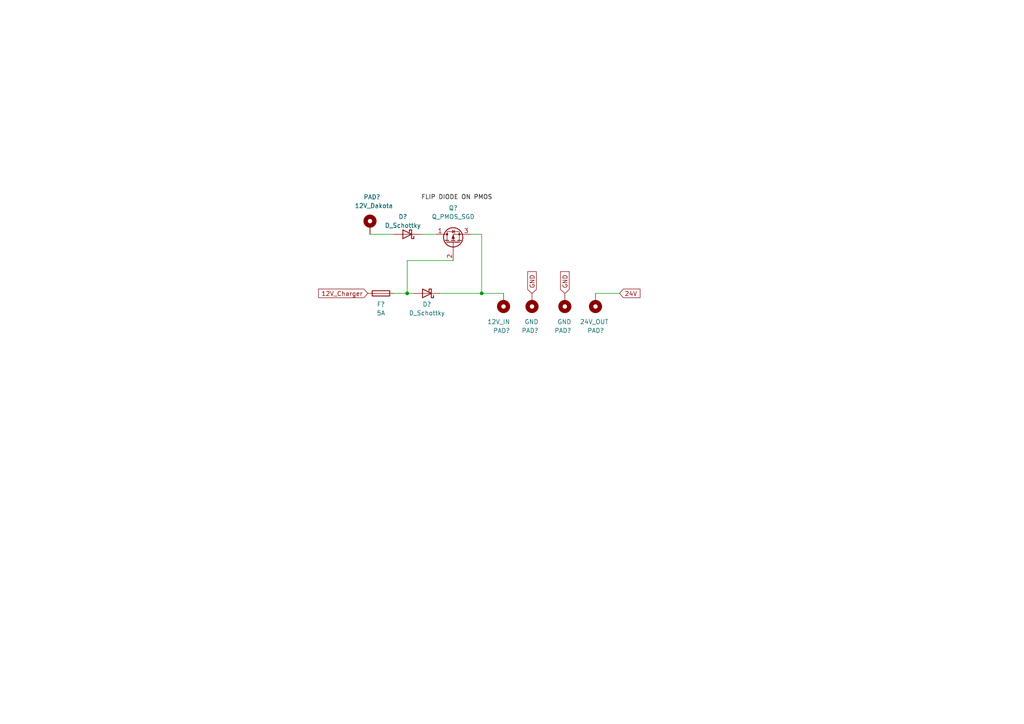
<source format=kicad_sch>
(kicad_sch (version 20211123) (generator eeschema)
  (paper "A4")
  (lib_symbols
    (symbol "Device:D_Schottky" (pin_numbers hide) (pin_names (offset 1.016) hide)
      (property "Reference" "D" (at 0 2.54 0))
      (property "Value" "D_Schottky" (at 0 -2.54 0))
      (symbol "D_Schottky_0_1"
        (polyline (pts (xy 1.27 0) (xy -1.27 0)))
        (polyline (pts (xy 1.27 1.27) (xy 1.27 -1.27) (xy -1.27 0) (xy 1.27 1.27)) (stroke (width 0.254)))
        (polyline (pts (xy -1.905 0.635) (xy -1.905 1.27) (xy -1.27 1.27) (xy -1.27 -1.27) (xy -0.635 -1.27) (xy -0.635 -0.635)) (stroke (width 0.254)))
      )
      (symbol "D_Schottky_1_1"
        (pin passive line (at -3.81 0 0) (length 2.54) (name "K") (number "1"))
        (pin passive line (at 3.81 0 180) (length 2.54) (name "A") (number "2"))
      )
    )
    (symbol "Device:Fuse" (pin_numbers hide) (pin_names (offset 0))
      (property "Reference" "F" (at 2.032 0 90))
      (property "Value" "Fuse" (at -1.905 0 90))
      (symbol "Fuse_0_1"
        (rectangle (start -0.762 -2.54) (end 0.762 2.54) (stroke (width 0.254)))
        (polyline (pts (xy 0 2.54) (xy 0 -2.54)))
      )
      (symbol "Fuse_1_1"
        (pin passive line (at 0 3.81 270) (length 1.27) (name "~") (number "1"))
        (pin passive line (at 0 -3.81 90) (length 1.27) (name "~") (number "2"))
      )
    )
    (symbol "Device:Q_PMOS_DGS" (pin_names (offset 0) hide)
      (property "Reference" "Q" (at 5.08 1.27 0))
      (property "Value" "Q_PMOS_DGS" (at 5.08 -1.27 0))
      (symbol "Q_PMOS_DGS_0_1"
        (polyline (pts (xy 0.254 0) (xy -2.54 0)))
        (polyline (pts (xy 0.254 1.905) (xy 0.254 -1.905)) (stroke (width 0.254)))
        (polyline (pts (xy 0.762 -1.27) (xy 0.762 -2.286)) (stroke (width 0.254)))
        (polyline (pts (xy 0.762 0.508) (xy 0.762 -0.508)) (stroke (width 0.254)))
        (polyline (pts (xy 0.762 2.286) (xy 0.762 1.27)) (stroke (width 0.254)))
        (polyline (pts (xy 2.54 2.54) (xy 2.54 1.778)))
        (polyline (pts (xy 2.54 -2.54) (xy 2.54 0) (xy 0.762 0)))
        (polyline (pts (xy 0.762 1.778) (xy 3.302 1.778) (xy 3.302 -1.778) (xy 0.762 -1.778)))
        (polyline (pts (xy 2.286 0) (xy 1.27 0.381) (xy 1.27 -0.381) (xy 2.286 0)) (fill (type outline)))
        (polyline (pts (xy 2.794 -0.508) (xy 2.921 -0.381) (xy 3.683 -0.381) (xy 3.81 -0.254)))
        (polyline (pts (xy 3.302 -0.381) (xy 2.921 0.254) (xy 3.683 0.254) (xy 3.302 -0.381)))
        (circle (center 1.651 0) (radius 2.794) (stroke (width 0.254)))
        (circle (center 2.54 -1.778) (radius 0.254) (fill (type outline)))
        (circle (center 2.54 1.778) (radius 0.254) (fill (type outline)))
      )
      (symbol "Q_PMOS_DGS_1_1"
        (pin passive line (at 2.54 5.08 270) (length 2.54) (name "D") (number "1"))
        (pin input line (at -5.08 0 0) (length 2.54) (name "G") (number "2"))
        (pin passive line (at 2.54 -5.08 90) (length 2.54) (name "S") (number "3"))
      )
    )
    (symbol "Mechanical:MountingHole_Pad" (pin_numbers hide) (pin_names (offset 1.016) hide)
      (property "Reference" "H" (at 0 6.35 0))
      (property "Value" "MountingHole_Pad" (at 0 4.445 0))
      (symbol "MountingHole_Pad_0_1"
        (circle (center 0 1.27) (radius 1.27) (stroke (width 1.27)))
      )
      (symbol "MountingHole_Pad_1_1"
        (pin input line (at 0 -2.54 90) (length 2.54) (name "1") (number "1"))
      )
    )
  )
  (junction (at 139.7 85.09))
  (junction (at 118.11 85.09))
  (wire (pts (xy 139.7 85.09) (xy 146.05 85.09)))
  (wire (pts (xy 107.315 67.945) (xy 114.3 67.945)))
  (wire (pts (xy 114.3 85.09) (xy 118.11 85.09)))
  (wire (pts (xy 121.92 67.945) (xy 126.365 67.945)))
  (wire (pts (xy 118.11 75.565) (xy 118.11 85.09)))
  (wire (pts (xy 139.7 67.945) (xy 139.7 85.09)))
  (wire (pts (xy 172.72 85.09) (xy 179.705 85.09)))
  (wire (pts (xy 118.11 85.09) (xy 120.015 85.09)))
  (wire (pts (xy 131.445 75.565) (xy 118.11 75.565)))
  (wire (pts (xy 136.525 67.945) (xy 139.7 67.945)))
  (wire (pts (xy 127.635 85.09) (xy 139.7 85.09)))
  (label "FLIP DIODE ON PMOS" (at 122.174 58.166 0))
  (global_label "GND" (shape input) (at 163.83 85.09 90) (property "Intersheet References" "${INTERSHEET_REFS}" (effects hide)))
  (global_label "12V_Charger" (shape input) (at 106.68 85.09 180) (property "Intersheet References" "${INTERSHEET_REFS}" (effects hide)))
  (global_label "24V" (shape input) (at 179.705 85.09 0) (property "Intersheet References" "${INTERSHEET_REFS}" (effects hide)))
  (global_label "GND" (shape input) (at 154.305 85.09 90) (property "Intersheet References" "${INTERSHEET_REFS}" (effects hide)))
  (symbol (lib_id "Mechanical:MountingHole_Pad") (at 107.315 65.405 0) (unit 1)
    (property "Reference" "PAD?" (at 105.41 57.15 0) (effects (justify left)))
    (property "Value" "12V_Dakota" (at 102.87 59.69 0) (effects (justify left)))
    (property "Footprint" "TestPoint:TestPoint_Pad_4.0x4.0mm" (effects hide))
  )
  (symbol (lib_id "Device:Q_PMOS_DGS") (at 131.445 70.485 90) (unit 1)
    (property "Reference" "Q?" (at 131.445 60.325 90))
    (property "Value" "Q_PMOS_SGD" (at 131.445 62.865 90))
    (property "Footprint" "SamacSys_Parts:BTS3035TFATMA1" (effects hide))
  )
  (symbol (lib_id "Mechanical:MountingHole_Pad") (at 163.83 87.63 180) (unit 1)
    (property "Reference" "PAD?" (at 165.735 95.885 0) (effects (justify left)))
    (property "Value" "GND" (at 165.735 93.345 0) (effects (justify left)))
    (property "Footprint" "TestPoint:TestPoint_Pad_4.0x4.0mm" (effects hide))
  )
  (symbol (lib_id "Mechanical:MountingHole_Pad") (at 154.305 87.63 180) (unit 1)
    (property "Reference" "PAD?" (at 156.21 95.885 0) (effects (justify left)))
    (property "Value" "GND" (at 156.21 93.345 0) (effects (justify left)))
    (property "Footprint" "TestPoint:TestPoint_Pad_4.0x4.0mm" (effects hide))
  )
  (symbol (lib_id "Device:Fuse") (at 110.49 85.09 90) (unit 1)
    (property "Reference" "F?" (at 110.49 88.265 90))
    (property "Value" "5A" (at 110.49 90.805 90))
  )
  (symbol (lib_id "Mechanical:MountingHole_Pad") (at 146.05 87.63 180) (unit 1)
    (property "Reference" "PAD?" (at 147.955 95.885 0) (effects (justify left)))
    (property "Value" "12V_IN" (at 147.955 93.345 0) (effects (justify left)))
    (property "Footprint" "TestPoint:TestPoint_Pad_4.0x4.0mm" (effects hide))
  )
  (symbol (lib_id "Mechanical:MountingHole_Pad") (at 172.72 87.63 180) (unit 1)
    (property "Reference" "PAD?" (at 175.26 95.885 0) (effects (justify left)))
    (property "Value" "24V_OUT" (at 176.53 93.345 0) (effects (justify left)))
    (property "Footprint" "TestPoint:TestPoint_Pad_4.0x4.0mm" (effects hide))
  )
  (symbol (lib_id "Device:D_Schottky") (at 123.825 85.09 180) (unit 1)
    (property "Reference" "D?" (at 123.825 88.265 0))
    (property "Value" "D_Schottky" (at 123.825 90.805 0))
  )
  (symbol (lib_id "Device:D_Schottky") (at 118.11 67.945 180) (unit 1)
    (property "Reference" "D?" (at 116.84 62.865 0))
    (property "Value" "D_Schottky" (at 116.84 65.405 0))
  )
)
</source>
